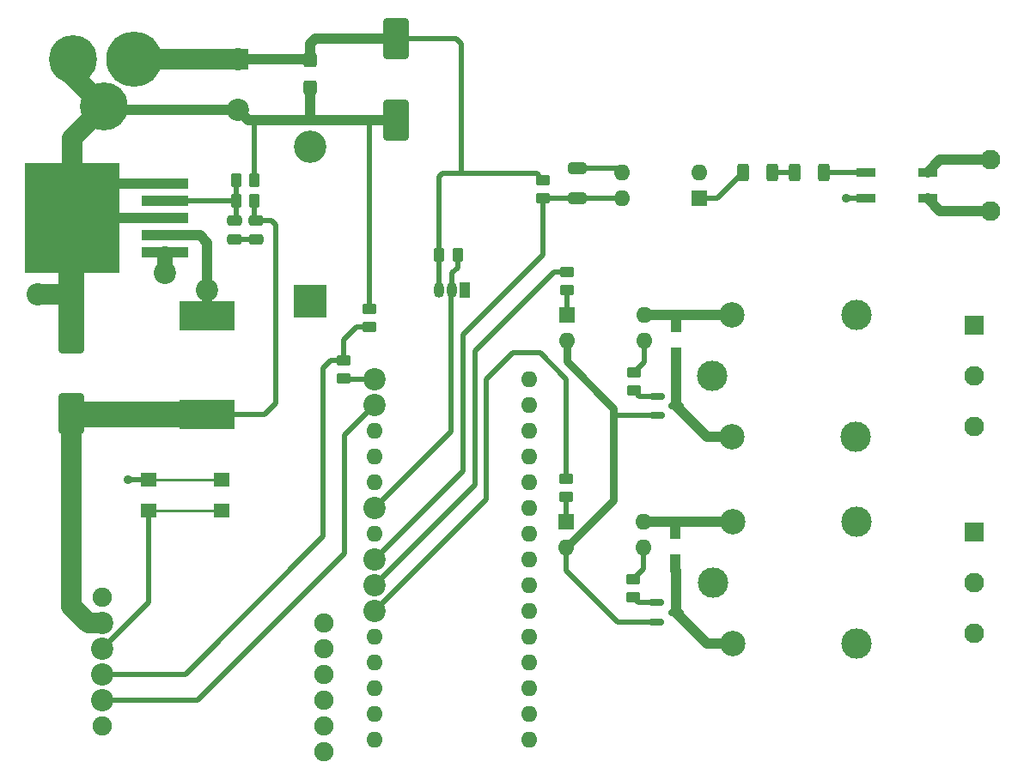
<source format=gtl>
G04 This is an RS-274x file exported by *
G04 gerbv version 2.6A *
G04 More information is available about gerbv at *
G04 http://gerbv.geda-project.org/ *
G04 --End of header info--*
%MOIN*%
%FSLAX34Y34*%
%IPPOS*%
G04 --Define apertures--*
%AMMACRO10*
4,1,4,-0.012303,-0.024606,0.012303,-0.024606,0.012303,0.024606,-0.012303,0.024606,-0.012303,-0.024606,0.000000*
1,1,0.019685,-0.012303,-0.024606*
1,1,0.019685,0.012303,-0.024606*
1,1,0.019685,0.012303,0.024606*
1,1,0.019685,-0.012303,0.024606*
20,1,0.019685,-0.012303,-0.024606,0.012303,-0.024606,0.000000*
20,1,0.019685,0.012303,-0.024606,0.012303,0.024606,0.000000*
20,1,0.019685,0.012303,0.024606,-0.012303,0.024606,0.000000*
20,1,0.019685,-0.012303,0.024606,-0.012303,-0.024606,0.000000*
%
%ADD10MACRO10*%
%AMMACRO11*
4,1,4,-0.023130,-0.005906,0.023130,-0.005906,0.023130,0.005906,-0.023130,0.005906,-0.023130,-0.005906,0.000000*
1,1,0.011811,-0.023130,-0.005906*
1,1,0.011811,0.023130,-0.005906*
1,1,0.011811,0.023130,0.005906*
1,1,0.011811,-0.023130,0.005906*
20,1,0.011811,-0.023130,-0.005906,0.023130,-0.005906,0.000000*
20,1,0.011811,0.023130,-0.005906,0.023130,0.005906,0.000000*
20,1,0.011811,0.023130,0.005906,-0.023130,0.005906,0.000000*
20,1,0.011811,-0.023130,0.005906,-0.023130,-0.005906,0.000000*
%
%ADD11MACRO11*%
%AMMACRO12*
4,1,4,-0.018701,0.009843,-0.018701,-0.009843,0.018701,-0.009843,0.018701,0.009843,-0.018701,0.009843,0.000000*
1,1,0.019685,-0.018701,0.009843*
1,1,0.019685,-0.018701,-0.009843*
1,1,0.019685,0.018701,-0.009843*
1,1,0.019685,0.018701,0.009843*
20,1,0.019685,-0.018701,0.009843,-0.018701,-0.009843,0.000000*
20,1,0.019685,-0.018701,-0.009843,0.018701,-0.009843,0.000000*
20,1,0.019685,0.018701,-0.009843,0.018701,0.009843,0.000000*
20,1,0.019685,0.018701,0.009843,-0.018701,0.009843,0.000000*
%
%ADD12MACRO12*%
%ADD13C,0.1181*%
%ADD14C,0.0984*%
%AMMACRO15*
4,1,4,0.018701,-0.009843,0.018701,0.009843,-0.018701,0.009843,-0.018701,-0.009843,0.018701,-0.009843,0.000000*
1,1,0.019685,0.018701,-0.009843*
1,1,0.019685,0.018701,0.009843*
1,1,0.019685,-0.018701,0.009843*
1,1,0.019685,-0.018701,-0.009843*
20,1,0.019685,0.018701,-0.009843,0.018701,0.009843,0.000000*
20,1,0.019685,0.018701,0.009843,-0.018701,0.009843,0.000000*
20,1,0.019685,-0.018701,0.009843,-0.018701,-0.009843,0.000000*
20,1,0.019685,-0.018701,-0.009843,0.018701,-0.009843,0.000000*
%
%ADD15MACRO15*%
%AMMACRO16*
4,1,4,0.017717,-0.010335,0.017717,0.010335,-0.017717,0.010335,-0.017717,-0.010335,0.017717,-0.010335,0.000000*
1,1,0.019685,0.017717,-0.010335*
1,1,0.019685,0.017717,0.010335*
1,1,0.019685,-0.017717,0.010335*
1,1,0.019685,-0.017717,-0.010335*
20,1,0.019685,0.017717,-0.010335,0.017717,0.010335,0.000000*
20,1,0.019685,0.017717,0.010335,-0.017717,0.010335,0.000000*
20,1,0.019685,-0.017717,0.010335,-0.017717,-0.010335,0.000000*
20,1,0.019685,-0.017717,-0.010335,0.017717,-0.010335,0.000000*
%
%ADD16MACRO16*%
%AMMACRO17*
4,1,4,-0.010335,-0.017717,0.010335,-0.017717,0.010335,0.017717,-0.010335,0.017717,-0.010335,-0.017717,0.000000*
1,1,0.019685,-0.010335,-0.017717*
1,1,0.019685,0.010335,-0.017717*
1,1,0.019685,0.010335,0.017717*
1,1,0.019685,-0.010335,0.017717*
20,1,0.019685,-0.010335,-0.017717,0.010335,-0.017717,0.000000*
20,1,0.019685,0.010335,-0.017717,0.010335,0.017717,0.000000*
20,1,0.019685,0.010335,0.017717,-0.010335,0.017717,0.000000*
20,1,0.019685,-0.010335,0.017717,-0.010335,-0.017717,0.000000*
%
%ADD17MACRO17*%
%ADD18R,0.1811X0.0433*%
%ADD19R,0.3701X0.4252*%
%AMMACRO20*
4,1,4,0.039370,-0.068898,0.039370,0.068898,-0.039370,0.068898,-0.039370,-0.068898,0.039370,-0.068898,0.000000*
1,1,0.019685,0.039370,-0.068898*
1,1,0.019685,0.039370,0.068898*
1,1,0.019685,-0.039370,0.068898*
1,1,0.019685,-0.039370,-0.068898*
20,1,0.019685,0.039370,-0.068898,0.039370,0.068898,0.000000*
20,1,0.019685,0.039370,0.068898,-0.039370,0.068898,0.000000*
20,1,0.019685,-0.039370,0.068898,-0.039370,-0.068898,0.000000*
20,1,0.019685,-0.039370,-0.068898,0.039370,-0.068898,0.000000*
%
%ADD20MACRO20*%
%AMMACRO21*
4,1,4,-0.016732,0.017717,-0.016732,-0.017717,0.016732,-0.017717,0.016732,0.017717,-0.016732,0.017717,0.000000*
1,1,0.019685,-0.016732,0.017717*
1,1,0.019685,-0.016732,-0.017717*
1,1,0.019685,0.016732,-0.017717*
1,1,0.019685,0.016732,0.017717*
20,1,0.019685,-0.016732,0.017717,-0.016732,-0.017717,0.000000*
20,1,0.019685,-0.016732,-0.017717,0.016732,-0.017717,0.000000*
20,1,0.019685,0.016732,-0.017717,0.016732,0.017717,0.000000*
20,1,0.019685,0.016732,0.017717,-0.016732,0.017717,0.000000*
%
%ADD21MACRO21*%
%ADD22R,0.0630X0.0551*%
%ADD23O,0.0630X0.0630*%
%ADD24R,0.0630X0.0630*%
%ADD25R,0.0768X0.0768*%
%ADD26C,0.0768*%
%AMMACRO27*
4,1,4,-0.017717,0.010335,-0.017717,-0.010335,0.017717,-0.010335,0.017717,0.010335,-0.017717,0.010335,0.000000*
1,1,0.019685,-0.017717,0.010335*
1,1,0.019685,-0.017717,-0.010335*
1,1,0.019685,0.017717,-0.010335*
1,1,0.019685,0.017717,0.010335*
20,1,0.019685,-0.017717,0.010335,-0.017717,-0.010335,0.000000*
20,1,0.019685,-0.017717,-0.010335,0.017717,-0.010335,0.000000*
20,1,0.019685,0.017717,-0.010335,0.017717,0.010335,0.000000*
20,1,0.019685,0.017717,0.010335,-0.017717,0.010335,0.000000*
%
%ADD27MACRO27*%
%ADD28C,0.2150*%
%ADD29C,0.1866*%
%ADD30R,0.0413X0.0591*%
%ADD31O,0.0413X0.0591*%
%AMMACRO32*
4,1,4,0.010335,0.017717,-0.010335,0.017717,-0.010335,-0.017717,0.010335,-0.017717,0.010335,0.017717,0.000000*
1,1,0.019685,0.010335,0.017717*
1,1,0.019685,-0.010335,0.017717*
1,1,0.019685,-0.010335,-0.017717*
1,1,0.019685,0.010335,-0.017717*
20,1,0.019685,0.010335,0.017717,-0.010335,0.017717,0.000000*
20,1,0.019685,-0.010335,0.017717,-0.010335,-0.017717,0.000000*
20,1,0.019685,-0.010335,-0.017717,0.010335,-0.017717,0.000000*
20,1,0.019685,0.010335,-0.017717,0.010335,0.017717,0.000000*
%
%ADD32MACRO32*%
%ADD33R,0.1260X0.1260*%
%ADD34O,0.1260X0.1260*%
%ADD35R,0.0394X0.0394*%
%AMMACRO36*
4,1,4,0.025591,-0.012795,0.025591,0.012795,-0.025591,0.012795,-0.025591,-0.012795,0.025591,-0.012795,0.000000*
1,1,0.019685,0.025591,-0.012795*
1,1,0.019685,0.025591,0.012795*
1,1,0.019685,-0.025591,0.012795*
1,1,0.019685,-0.025591,-0.012795*
20,1,0.019685,0.025591,-0.012795,0.025591,0.012795,0.000000*
20,1,0.019685,0.025591,0.012795,-0.025591,0.012795,0.000000*
20,1,0.019685,-0.025591,0.012795,-0.025591,-0.012795,0.000000*
20,1,0.019685,-0.025591,-0.012795,0.025591,-0.012795,0.000000*
%
%ADD36MACRO36*%
%ADD37R,0.0787X0.0787*%
%ADD38C,0.0787*%
%AMMACRO39*
4,1,4,-0.039370,0.068898,-0.039370,-0.068898,0.039370,-0.068898,0.039370,0.068898,-0.039370,0.068898,0.000000*
1,1,0.019685,-0.039370,0.068898*
1,1,0.019685,-0.039370,-0.068898*
1,1,0.019685,0.039370,-0.068898*
1,1,0.019685,0.039370,0.068898*
20,1,0.019685,-0.039370,0.068898,-0.039370,-0.068898,0.000000*
20,1,0.019685,-0.039370,-0.068898,0.039370,-0.068898,0.000000*
20,1,0.019685,0.039370,-0.068898,0.039370,0.068898,0.000000*
20,1,0.019685,0.039370,0.068898,-0.039370,0.068898,0.000000*
%
%ADD39MACRO39*%
%ADD40C,0.0748*%
%ADD41R,0.2126X0.1142*%
%ADD42R,0.0728X0.0374*%
%ADD43C,0.0866*%
%ADD44C,0.0354*%
%ADD45C,0.0197*%
%ADD46C,0.0394*%
%ADD47C,0.0295*%
%ADD48C,0.0787*%
%ADD49C,0.0098*%
%ADD50C,0.0984*%
%ADD51C,0.0591*%
G04 --Start main section--*
G54D10*
G01X0064486Y-031660D03*
G01X0065637Y-031660D03*
G54D11*
G01X0061145Y-048371D03*
G01X0061145Y-049119D03*
G01X0061884Y-048745D03*
G54D12*
G01X0045591Y-033524D03*
G01X0045591Y-034272D03*
G54D13*
G01X0063316Y-047583D03*
G54D14*
G01X0064083Y-049965D03*
G54D13*
G01X0068887Y-049965D03*
G01X0068906Y-045221D03*
G54D14*
G01X0064083Y-045241D03*
G54D13*
G01X0063306Y-039552D03*
G54D14*
G01X0064074Y-041934D03*
G54D13*
G01X0068877Y-041934D03*
G01X0068896Y-037190D03*
G54D14*
G01X0064074Y-037209D03*
G54D11*
G01X0061155Y-040349D03*
G01X0061155Y-041097D03*
G01X0061894Y-040723D03*
G54D15*
G01X0044764Y-034272D03*
G01X0044764Y-033524D03*
G54D16*
G01X0057637Y-044271D03*
G01X0057637Y-043553D03*
G54D17*
G01X0052701Y-034867D03*
G01X0053419Y-034867D03*
G54D18*
G01X0042063Y-034775D03*
G01X0042063Y-034106D03*
G54D19*
G01X0038460Y-033436D03*
G54D18*
G01X0042063Y-033436D03*
G01X0042063Y-032767D03*
G01X0042063Y-032098D03*
G54D16*
G01X0060255Y-040133D03*
G01X0060255Y-039414D03*
G54D20*
G01X0038434Y-041031D03*
G01X0038434Y-037882D03*
G54D21*
G01X0047706Y-027288D03*
G01X0047706Y-028351D03*
G54D22*
G01X0041426Y-043607D03*
G01X0044261Y-043607D03*
G01X0044261Y-044788D03*
G01X0041426Y-044788D03*
G54D23*
G01X0056197Y-039677D03*
G01X0056197Y-040677D03*
G01X0056197Y-041677D03*
G01X0056197Y-042677D03*
G01X0056197Y-043677D03*
G01X0056197Y-044677D03*
G01X0056197Y-045677D03*
G01X0056197Y-046677D03*
G01X0056197Y-047677D03*
G01X0056197Y-048677D03*
G01X0056197Y-049677D03*
G01X0056197Y-050677D03*
G01X0056197Y-051677D03*
G01X0056197Y-052677D03*
G01X0056197Y-053677D03*
G01X0050197Y-053677D03*
G01X0050197Y-052677D03*
G01X0050197Y-051677D03*
G01X0050197Y-050677D03*
G01X0050197Y-049677D03*
G01X0050197Y-048677D03*
G01X0050197Y-047677D03*
G01X0050197Y-046677D03*
G01X0050197Y-045677D03*
G01X0050197Y-044677D03*
G01X0050197Y-043677D03*
G01X0050197Y-042677D03*
G01X0050197Y-041677D03*
G01X0050197Y-040677D03*
G54D24*
G01X0050197Y-039677D03*
G54D10*
G01X0066486Y-031660D03*
G01X0067637Y-031660D03*
G54D25*
G01X0073465Y-037583D03*
G54D26*
G01X0073465Y-039552D03*
G01X0073465Y-041520D03*
G54D24*
G01X0062795Y-032660D03*
G54D23*
G01X0062795Y-031660D03*
G01X0059795Y-031660D03*
G01X0059795Y-032660D03*
G54D27*
G01X0056732Y-031944D03*
G01X0056732Y-032662D03*
G54D26*
G01X0074083Y-031176D03*
G01X0074083Y-033144D03*
G54D28*
G01X0040864Y-027258D03*
G54D29*
G01X0038502Y-027258D03*
G01X0039683Y-029108D03*
G54D30*
G01X0053700Y-036231D03*
G54D31*
G01X0053200Y-036231D03*
G01X0052700Y-036231D03*
G54D24*
G01X0057656Y-037207D03*
G54D23*
G01X0057656Y-038207D03*
G01X0060656Y-038207D03*
G01X0060656Y-037207D03*
G54D32*
G01X0045539Y-032766D03*
G01X0044820Y-032766D03*
G54D16*
G01X0057656Y-036242D03*
G01X0057656Y-035524D03*
G54D33*
G01X0047697Y-036669D03*
G54D34*
G01X0047697Y-030669D03*
G54D16*
G01X0060236Y-048169D03*
G01X0060236Y-047451D03*
G54D35*
G01X0061879Y-045694D03*
G01X0061879Y-046678D03*
G54D16*
G01X0048996Y-039670D03*
G01X0048996Y-038952D03*
G54D27*
G01X0049980Y-036944D03*
G01X0049980Y-037662D03*
G54D36*
G01X0058069Y-032657D03*
G01X0058069Y-031496D03*
G54D35*
G01X0061889Y-037659D03*
G01X0061889Y-038644D03*
G54D37*
G01X0044906Y-027254D03*
G54D38*
G01X0044906Y-029223D03*
G54D25*
G01X0073465Y-045615D03*
G54D26*
G01X0073465Y-047583D03*
G01X0073465Y-049552D03*
G54D39*
G01X0051032Y-026461D03*
G01X0051032Y-029611D03*
G54D17*
G01X0044820Y-031966D03*
G01X0045539Y-031966D03*
G54D40*
G01X0039615Y-048164D03*
G01X0039615Y-049164D03*
G01X0039615Y-050164D03*
G01X0039615Y-051164D03*
G01X0039615Y-052164D03*
G01X0039615Y-053164D03*
G01X0048225Y-054164D03*
G01X0048225Y-053164D03*
G01X0048225Y-052164D03*
G01X0048225Y-051164D03*
G01X0048225Y-050164D03*
G01X0048225Y-049164D03*
G54D24*
G01X0057637Y-045231D03*
G54D23*
G01X0057637Y-046231D03*
G01X0060637Y-046231D03*
G01X0060637Y-045231D03*
G54D41*
G01X0043706Y-037227D03*
G01X0043706Y-041046D03*
G54D42*
G01X0069270Y-031668D03*
G01X0069270Y-032652D03*
G01X0071652Y-032652D03*
G01X0071652Y-031668D03*
G54D43*
G01X0044906Y-027254D03*
G01X0044906Y-029223D03*
G01X0039615Y-050164D03*
G01X0039615Y-049164D03*
G01X0039615Y-051164D03*
G01X0039615Y-052164D03*
G01X0050197Y-039677D03*
G01X0050197Y-040677D03*
G01X0050197Y-044677D03*
G01X0050206Y-046680D03*
G01X0050197Y-047677D03*
G01X0050197Y-048677D03*
G01X0037144Y-036393D03*
G54D44*
G01X0040629Y-043607D03*
G54D43*
G01X0042047Y-035551D03*
G01X0043706Y-036216D03*
G54D44*
G01X0068496Y-032652D03*
G54D45*
G01X0050218Y-044667D02*
G01X0050206Y-044680D01*
G01X0050197Y-039677D02*
G01X0049003Y-039677D01*
G01X0049003Y-039677D02*
G01X0048996Y-039670D01*
G01X0049034Y-046471D02*
G01X0043341Y-052164D01*
G01X0043341Y-052164D02*
G01X0039615Y-052164D01*
G01X0050206Y-040680D02*
G01X0049034Y-041851D01*
G01X0049034Y-041851D02*
G01X0049034Y-046471D01*
G54D46*
G01X0045284Y-029611D02*
G01X0044906Y-029232D01*
G01X0048020Y-029611D02*
G01X0049906Y-029611D01*
G54D45*
G01X0059631Y-031496D02*
G01X0059795Y-031660D01*
G01X0059477Y-041097D02*
G01X0061155Y-041097D01*
G54D47*
G01X0059477Y-041097D02*
G01X0059477Y-044391D01*
G54D46*
G01X0048006Y-029611D02*
G01X0048020Y-029611D01*
G54D45*
G01X0059625Y-049119D02*
G01X0061145Y-049119D01*
G54D48*
G01X0037144Y-036393D02*
G01X0038394Y-036393D01*
G54D47*
G01X0059477Y-040812D02*
G01X0059477Y-041097D01*
G54D45*
G01X0058069Y-031496D02*
G01X0059631Y-031496D01*
G01X0057637Y-046231D02*
G01X0057637Y-047131D01*
G54D47*
G01X0059477Y-044391D02*
G01X0057637Y-046231D01*
G54D48*
G01X0038460Y-030331D02*
G01X0039683Y-029108D01*
G54D46*
G01X0044906Y-029232D02*
G01X0044906Y-029223D01*
G01X0045556Y-029611D02*
G01X0045284Y-029611D01*
G01X0047706Y-029611D02*
G01X0047637Y-029611D01*
G54D49*
G01X0041426Y-043607D02*
G01X0044261Y-043607D01*
G54D46*
G01X0042063Y-033436D02*
G01X0038460Y-033436D01*
G01X0042063Y-032098D02*
G01X0038460Y-032098D01*
G54D47*
G01X0057656Y-038990D02*
G01X0059477Y-040812D01*
G54D45*
G01X0045539Y-029628D02*
G01X0045556Y-029611D01*
G01X0049980Y-036944D02*
G01X0049980Y-029685D01*
G54D48*
G01X0038502Y-027258D02*
G01X0038502Y-027927D01*
G54D45*
G01X0049980Y-029685D02*
G01X0049906Y-029611D01*
G54D50*
G01X0038434Y-036353D02*
G01X0038434Y-033463D01*
G54D46*
G01X0049906Y-029611D02*
G01X0051032Y-029611D01*
G54D48*
G01X0038460Y-033436D02*
G01X0038460Y-030331D01*
G54D45*
G01X0040629Y-043607D02*
G01X0041426Y-043607D01*
G54D46*
G01X0044906Y-029223D02*
G01X0039959Y-029223D01*
G01X0047706Y-028351D02*
G01X0047706Y-029611D01*
G54D45*
G01X0057637Y-047131D02*
G01X0059625Y-049119D01*
G54D50*
G01X0038434Y-033463D02*
G01X0038460Y-033436D01*
G54D46*
G01X0048020Y-029611D02*
G01X0047637Y-029611D01*
G54D45*
G01X0045539Y-031966D02*
G01X0045539Y-029628D01*
G54D47*
G01X0057656Y-038207D02*
G01X0057656Y-038990D01*
G54D46*
G01X0047637Y-029611D02*
G01X0045556Y-029611D01*
G54D50*
G01X0038434Y-037882D02*
G01X0038434Y-036353D01*
G54D48*
G01X0038502Y-027927D02*
G01X0039683Y-029108D01*
G54D46*
G01X0039683Y-029108D02*
G75*
G03X0039959Y-029223I0000276J0000276D01*
G54D45*
G01X0053200Y-035564D02*
G01X0053200Y-036231D01*
G01X0053158Y-036272D02*
G01X0053158Y-041727D01*
G01X0053419Y-035344D02*
G01X0053200Y-035564D01*
G01X0053158Y-041727D02*
G01X0050218Y-044667D01*
G01X0053200Y-036231D02*
G01X0053158Y-036272D01*
G01X0053419Y-034867D02*
G01X0053419Y-035344D01*
G01X0053631Y-043255D02*
G01X0050206Y-046680D01*
G01X0059795Y-032660D02*
G01X0058072Y-032660D01*
G01X0053631Y-037961D02*
G01X0053631Y-043255D01*
G01X0056732Y-032662D02*
G01X0056732Y-034860D01*
G01X0056737Y-032657D02*
G01X0056732Y-032662D01*
G01X0058069Y-032657D02*
G01X0056737Y-032657D01*
G01X0056732Y-034860D02*
G01X0053631Y-037961D01*
G01X0057167Y-035524D02*
G01X0054083Y-038607D01*
G01X0057656Y-035524D02*
G01X0057167Y-035524D01*
G01X0054083Y-043802D02*
G01X0050206Y-047680D01*
G01X0054083Y-038607D02*
G01X0054083Y-043802D01*
G01X0054526Y-044359D02*
G01X0050206Y-048680D01*
G01X0055550Y-038676D02*
G01X0054526Y-039700D01*
G01X0054526Y-039700D02*
G01X0054526Y-044359D01*
G01X0057637Y-043553D02*
G01X0057637Y-039680D01*
G01X0056633Y-038676D02*
G01X0055550Y-038676D01*
G01X0057637Y-039680D02*
G01X0056633Y-038676D01*
G54D46*
G01X0051022Y-026452D02*
G01X0051032Y-026461D01*
G01X0061889Y-037207D02*
G01X0064071Y-037207D01*
G54D45*
G01X0053355Y-026461D02*
G01X0053552Y-026658D01*
G01X0052701Y-031831D02*
G01X0052701Y-034867D01*
G54D51*
G01X0042047Y-035551D02*
G01X0042047Y-034843D01*
G54D46*
G01X0061889Y-037659D02*
G01X0061889Y-037207D01*
G01X0060656Y-037207D02*
G01X0061889Y-037207D01*
G01X0060646Y-045241D02*
G01X0060637Y-045231D01*
G01X0047912Y-026452D02*
G01X0047706Y-026658D01*
G01X0044906Y-027254D02*
G01X0047671Y-027254D01*
G54D48*
G01X0040864Y-027258D02*
G01X0044902Y-027258D01*
G54D46*
G01X0061879Y-045241D02*
G01X0060646Y-045241D01*
G54D45*
G01X0053552Y-026658D02*
G01X0053552Y-031693D01*
G01X0056481Y-031693D02*
G01X0053552Y-031693D01*
G01X0051032Y-026461D02*
G01X0053355Y-026461D01*
G01X0056732Y-031944D02*
G01X0056481Y-031693D01*
G54D46*
G01X0047671Y-027254D02*
G01X0047706Y-027288D01*
G01X0047706Y-026658D02*
G01X0047706Y-027288D01*
G54D45*
G01X0052701Y-036230D02*
G01X0052700Y-036231D01*
G54D46*
G01X0061879Y-045694D02*
G01X0061879Y-045241D01*
G54D45*
G01X0052838Y-031693D02*
G01X0052701Y-031831D01*
G01X0052701Y-034867D02*
G01X0052701Y-036230D01*
G54D46*
G01X0064071Y-037207D02*
G01X0064074Y-037209D01*
G01X0047912Y-026452D02*
G01X0051022Y-026452D01*
G54D45*
G01X0053552Y-031693D02*
G01X0052838Y-031693D01*
G54D48*
G01X0044902Y-027258D02*
G01X0044906Y-027254D01*
G54D46*
G01X0061879Y-045241D02*
G01X0064083Y-045241D01*
G54D45*
G01X0067645Y-031668D02*
G01X0067637Y-031660D01*
G01X0069270Y-031668D02*
G01X0067645Y-031668D01*
G54D46*
G01X0072144Y-033144D02*
G01X0071652Y-032652D01*
G01X0074083Y-033144D02*
G01X0072144Y-033144D01*
G01X0072144Y-031176D02*
G01X0071652Y-031668D01*
G01X0074083Y-031176D02*
G01X0072144Y-031176D01*
G54D45*
G01X0045591Y-033524D02*
G01X0046201Y-033524D01*
G01X0046378Y-033701D02*
G01X0046378Y-040610D01*
G54D48*
G01X0038434Y-048512D02*
G01X0039086Y-049164D01*
G54D45*
G01X0046201Y-033524D02*
G01X0046378Y-033701D01*
G01X0045943Y-041046D02*
G01X0043706Y-041046D01*
G01X0045539Y-033472D02*
G01X0045591Y-033524D01*
G54D50*
G01X0043706Y-041046D02*
G01X0038448Y-041046D01*
G54D48*
G01X0039086Y-049164D02*
G01X0039615Y-049164D01*
G54D45*
G01X0046378Y-040610D02*
G01X0045943Y-041046D01*
G54D48*
G01X0038434Y-041031D02*
G01X0038434Y-048512D01*
G54D50*
G01X0038448Y-041046D02*
G01X0038434Y-041031D01*
G54D45*
G01X0045539Y-032766D02*
G01X0045539Y-033472D01*
G54D46*
G01X0043420Y-034106D02*
G01X0043706Y-034391D01*
G01X0043706Y-036216D02*
G01X0043706Y-036294D01*
G01X0042063Y-034106D02*
G01X0043420Y-034106D01*
G01X0043706Y-036294D02*
G01X0043706Y-037227D01*
G01X0043706Y-034391D02*
G01X0043706Y-036216D01*
G01X0061889Y-039096D02*
G01X0061894Y-039101D01*
G01X0063104Y-041934D02*
G01X0061894Y-040723D01*
G01X0064074Y-041934D02*
G01X0063104Y-041934D01*
G01X0061894Y-040723D02*
G01X0061894Y-039101D01*
G01X0061889Y-038644D02*
G01X0061889Y-039096D01*
G01X0061884Y-048745D02*
G01X0061884Y-047136D01*
G01X0061884Y-047136D02*
G01X0061879Y-047131D01*
G01X0063104Y-049965D02*
G01X0061884Y-048745D01*
G01X0064083Y-049965D02*
G01X0063104Y-049965D01*
G01X0061879Y-046678D02*
G01X0061879Y-047131D01*
G54D45*
G01X0060471Y-040349D02*
G01X0060255Y-040133D01*
G01X0061155Y-040349D02*
G01X0060471Y-040349D01*
G01X0061145Y-048371D02*
G01X0060438Y-048371D01*
G01X0060438Y-048371D02*
G01X0060236Y-048169D01*
G01X0066486Y-031660D02*
G01X0065637Y-031660D01*
G01X0064486Y-031660D02*
G01X0063486Y-032660D01*
G01X0063486Y-032660D02*
G01X0062795Y-032660D01*
G01X0057656Y-036242D02*
G01X0057656Y-037207D01*
G01X0060656Y-038207D02*
G01X0060656Y-039013D01*
G01X0060656Y-039013D02*
G01X0060255Y-039414D01*
G01X0041426Y-045835D02*
G01X0041426Y-048353D01*
G54D49*
G01X0044261Y-044788D02*
G01X0041426Y-044788D01*
G54D45*
G01X0041426Y-048353D02*
G01X0039615Y-050164D01*
G01X0041426Y-044788D02*
G01X0041426Y-045835D01*
G01X0057637Y-044271D02*
G01X0057637Y-045231D01*
G01X0060637Y-047050D02*
G01X0060236Y-047451D01*
G01X0060637Y-046231D02*
G01X0060637Y-047050D01*
G01X0069270Y-032652D02*
G01X0068496Y-032652D01*
G01X0045591Y-034272D02*
G01X0044764Y-034272D01*
G01X0042063Y-032766D02*
G01X0042063Y-032767D01*
G01X0044820Y-032766D02*
G01X0042063Y-032766D01*
G01X0044820Y-031966D02*
G01X0044820Y-032766D01*
G01X0044820Y-033467D02*
G01X0044764Y-033524D01*
G01X0044820Y-032766D02*
G01X0044820Y-033467D01*
G01X0048209Y-039252D02*
G01X0048209Y-045807D01*
G01X0039615Y-051164D02*
G01X0042852Y-051164D01*
G01X0048996Y-038169D02*
G01X0049503Y-037662D01*
G01X0048996Y-038952D02*
G01X0048509Y-038952D01*
G01X0049503Y-037662D02*
G01X0049980Y-037662D01*
G01X0048509Y-038952D02*
G01X0048209Y-039252D01*
G01X0048209Y-045807D02*
G01X0042852Y-051164D01*
G01X0048996Y-038952D02*
G01X0048996Y-038169D01*
M02*

</source>
